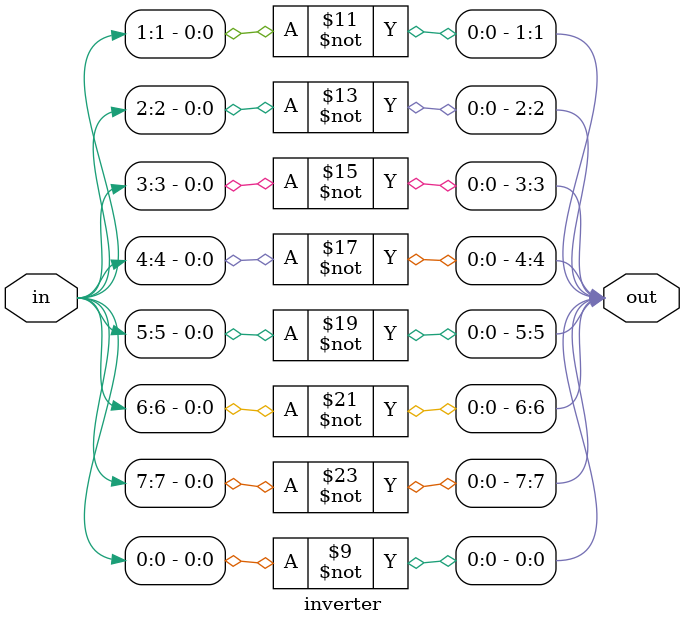
<source format=sv>
module adder
(
    input   logic[7:0]     A,
    input   logic[7:0]     B,
	 input	logic				cin,

    output  logic[8:0]     Sum
);
	logic nothing, c1, c2, c3, c4, c5, c6, c7,c8;
	full_adder add0(.a(A[0]), .b(B[0]), .c(cin), .s(Sum[0]), .cout(c1));
	full_adder add1(.a(A[1]), .b(B[1]), .c(c1), .s(Sum[1]), .cout(c2));
	full_adder add2(.a(A[2]), .b(B[2]), .c(c2), .s(Sum[2]), .cout(c3));
	full_adder add3(.a(A[3]), .b(B[3]), .c(c3), .s(Sum[3]), .cout(c4));
	full_adder add4(.a(A[4]), .b(B[4]), .c(c4), .s(Sum[4]), .cout(c5));
	full_adder add5(.a(A[5]), .b(B[5]), .c(c5), .s(Sum[5]), .cout(c6));
	full_adder add6(.a(A[6]), .b(B[6]), .c(c6), .s(Sum[6]), .cout(c7));
	full_adder add7(.a(A[7]), .b(B[7]), .c(c7), .s(Sum[7]), .cout(c8));
	full_adder add8(.a(A[7]), .b(B[7]), .c(c8), .s(Sum[8]), .cout(nothing));
	    

     
endmodule

module full_adder
(
	input a,b,c,
	output s,cout
);

	assign s = a^b^c;
	assign cout = (a&b)|(b&c)|(a&c);

endmodule

module inverter
(
	input logic[7:0] in,
	output logic[7:0] out
);
	assign out[0] = in[0]^1'b1;
	assign out[1] = in[1]^1'b1;
	assign out[2] = in[2]^1'b1;
	assign out[3] = in[3]^1'b1;
	assign out[4] = in[4]^1'b1;
	assign out[5] = in[5]^1'b1;
	assign out[6] = in[6]^1'b1;
	assign out[7] = in[7]^1'b1;
	
endmodule
</source>
